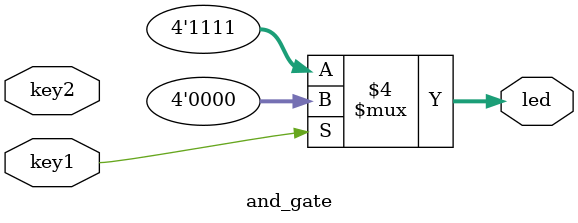
<source format=v>
`timescale 1ns / 1ps


module and_gate(
    input key1,
    input key2,

    output reg[3:0] led
    );

always @(*) begin
    //if(key1 & key2)     //°´ÏÂÒ»¸ö¾ÍÎª0 ÓëÃÅ
    //if((key1 | key2))   //°´ÏÂÒ»¸ö¾ÍÎª0 »òÃÅ
    if(~key1)           //·ÇÃÅ
        led <= 4'b1111;
    else 
        led <= 4'b0000;
end

endmodule

</source>
